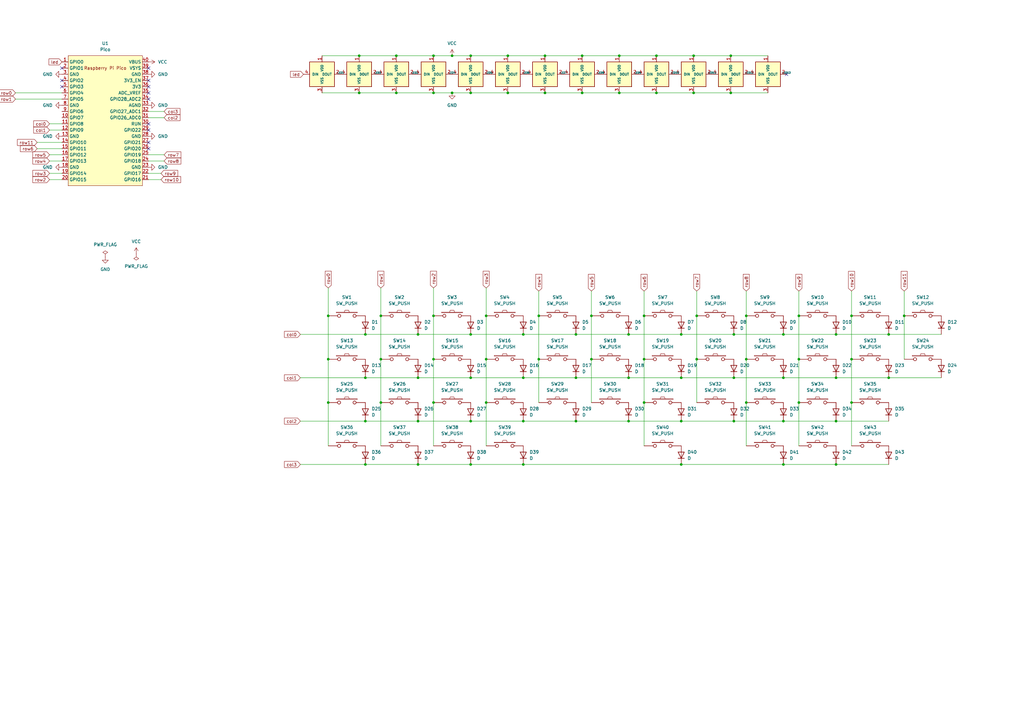
<source format=kicad_sch>
(kicad_sch (version 20211123) (generator eeschema)
  (paper "A3")
  (lib_symbols
    (symbol "Device:D" (pin_numbers hide) (pin_names (offset 1.016) hide)
      (property "Reference" "D" (at 0 2.54 0))
      (property "Value" "D" (at 0 -2.54 0))
      (symbol "D_0_1"
        (polyline (pts (xy -1.27 1.27) (xy -1.27 -1.27)) (stroke (width 0.254)))
        (polyline (pts (xy 1.27 0) (xy -1.27 0)))
        (polyline (pts (xy 1.27 1.27) (xy 1.27 -1.27) (xy -1.27 0) (xy 1.27 1.27)) (stroke (width 0.254)))
      )
      (symbol "D_1_1"
        (pin passive line (at -3.81 0 0) (length 2.54) (name "K") (number "1"))
        (pin passive line (at 3.81 0 180) (length 2.54) (name "A") (number "2"))
      )
    )
    (symbol "kbd:SW_PUSH" (pin_numbers hide) (pin_names (offset 1.016) hide)
      (property "Reference" "SW" (at 3.81 2.794 0))
      (property "Value" "SW_PUSH" (at 0 -2.032 0))
      (symbol "SW_PUSH_0_1"
        (rectangle (start -4.318 1.27) (end 4.318 1.524))
        (polyline (pts (xy -1.016 1.524) (xy -0.762 2.286) (xy 0.762 2.286) (xy 1.016 1.524)))
        (pin passive inverted (at -7.62 0 0) (length 5.08) (name "1") (number "1"))
        (pin passive inverted (at 7.62 0 180) (length 5.08) (name "2") (number "2"))
      )
    )
    (symbol "kbd:YS-SK6812MINI-E" (pin_names (offset 1.016))
      (property "Reference" "LED" (at 2.54 -7.62 0))
      (property "Value" "YS-SK6812MINI-E" (at 6.35 -6.35 0))
      (symbol "YS-SK6812MINI-E_0_1"
        (rectangle (start -5.08 5.08) (end 5.08 -5.08) (stroke (width 0.254)) (fill (type background)))
      )
      (symbol "YS-SK6812MINI-E_1_1"
        (pin power_in line (at 0 7.62 270) (length 2.54) (name "VDD") (number "1"))
        (pin output line (at 7.62 0 180) (length 2.54) (name "DOUT") (number "2"))
        (pin power_in line (at 0 -7.62 90) (length 2.54) (name "VSS") (number "3"))
        (pin input line (at -7.62 0 0) (length 2.54) (name "DIN") (number "4"))
      )
    )
    (symbol "mikamo3:Raspberry_Pi_Pico(without_debugPin)"
      (property "Reference" "U" (at -13.97 27.94 0))
      (property "Value" "Raspberry_Pi_Pico(without_debugPin)" (at 0 19.05 0))
      (symbol "Raspberry_Pi_Pico(without_debugPin)_0_0"
        (text "Raspberry Pi Pico" (at 0 21.59 0) (effects (font (size 1.27 1.27))))
      )
      (symbol "Raspberry_Pi_Pico(without_debugPin)_0_1"
        (rectangle (start -15.24 26.67) (end 15.24 -26.67) (fill (type background)))
      )
      (symbol "Raspberry_Pi_Pico(without_debugPin)_1_1"
        (pin bidirectional line (at -17.78 24.13 0) (length 2.54) (name "GPIO0") (number "1"))
        (pin bidirectional line (at -17.78 1.27 0) (length 2.54) (name "GPIO7") (number "10"))
        (pin bidirectional line (at -17.78 -1.27 0) (length 2.54) (name "GPIO8") (number "11"))
        (pin bidirectional line (at -17.78 -3.81 0) (length 2.54) (name "GPIO9") (number "12"))
        (pin power_in line (at -17.78 -6.35 0) (length 2.54) (name "GND") (number "13"))
        (pin bidirectional line (at -17.78 -8.89 0) (length 2.54) (name "GPIO10") (number "14"))
        (pin bidirectional line (at -17.78 -11.43 0) (length 2.54) (name "GPIO11") (number "15"))
        (pin bidirectional line (at -17.78 -13.97 0) (length 2.54) (name "GPIO12") (number "16"))
        (pin bidirectional line (at -17.78 -16.51 0) (length 2.54) (name "GPIO13") (number "17"))
        (pin power_in line (at -17.78 -19.05 0) (length 2.54) (name "GND") (number "18"))
        (pin bidirectional line (at -17.78 -21.59 0) (length 2.54) (name "GPIO14") (number "19"))
        (pin bidirectional line (at -17.78 21.59 0) (length 2.54) (name "GPIO1") (number "2"))
        (pin bidirectional line (at -17.78 -24.13 0) (length 2.54) (name "GPIO15") (number "20"))
        (pin bidirectional line (at 17.78 -24.13 180) (length 2.54) (name "GPIO16") (number "21"))
        (pin bidirectional line (at 17.78 -21.59 180) (length 2.54) (name "GPIO17") (number "22"))
        (pin power_in line (at 17.78 -19.05 180) (length 2.54) (name "GND") (number "23"))
        (pin bidirectional line (at 17.78 -16.51 180) (length 2.54) (name "GPIO18") (number "24"))
        (pin bidirectional line (at 17.78 -13.97 180) (length 2.54) (name "GPIO19") (number "25"))
        (pin bidirectional line (at 17.78 -11.43 180) (length 2.54) (name "GPIO20") (number "26"))
        (pin bidirectional line (at 17.78 -8.89 180) (length 2.54) (name "GPIO21") (number "27"))
        (pin power_in line (at 17.78 -6.35 180) (length 2.54) (name "GND") (number "28"))
        (pin bidirectional line (at 17.78 -3.81 180) (length 2.54) (name "GPIO22") (number "29"))
        (pin power_in line (at -17.78 19.05 0) (length 2.54) (name "GND") (number "3"))
        (pin input line (at 17.78 -1.27 180) (length 2.54) (name "RUN") (number "30"))
        (pin bidirectional line (at 17.78 1.27 180) (length 2.54) (name "GPIO26_ADC0") (number "31"))
        (pin bidirectional line (at 17.78 3.81 180) (length 2.54) (name "GPIO27_ADC1") (number "32"))
        (pin power_in line (at 17.78 6.35 180) (length 2.54) (name "AGND") (number "33"))
        (pin bidirectional line (at 17.78 8.89 180) (length 2.54) (name "GPIO28_ADC2") (number "34"))
        (pin power_in line (at 17.78 11.43 180) (length 2.54) (name "ADC_VREF") (number "35"))
        (pin power_in line (at 17.78 13.97 180) (length 2.54) (name "3V3") (number "36"))
        (pin input line (at 17.78 16.51 180) (length 2.54) (name "3V3_EN") (number "37"))
        (pin power_in line (at 17.78 19.05 180) (length 2.54) (name "GND") (number "38"))
        (pin power_in line (at 17.78 21.59 180) (length 2.54) (name "VSYS") (number "39"))
        (pin bidirectional line (at -17.78 16.51 0) (length 2.54) (name "GPIO2") (number "4"))
        (pin power_in line (at 17.78 24.13 180) (length 2.54) (name "VBUS") (number "40"))
        (pin bidirectional line (at -17.78 13.97 0) (length 2.54) (name "GPIO3") (number "5"))
        (pin bidirectional line (at -17.78 11.43 0) (length 2.54) (name "GPIO4") (number "6"))
        (pin bidirectional line (at -17.78 8.89 0) (length 2.54) (name "GPIO5") (number "7"))
        (pin power_in line (at -17.78 6.35 0) (length 2.54) (name "GND") (number "8"))
        (pin bidirectional line (at -17.78 3.81 0) (length 2.54) (name "GPIO6") (number "9"))
      )
    )
    (symbol "power:GND" (power) (pin_names (offset 0))
      (property "Value" "GND" (at 0 -3.81 0))
      (symbol "GND_0_1"
        (polyline (pts (xy 0 0) (xy 0 -1.27) (xy 1.27 -1.27) (xy 0 -2.54) (xy -1.27 -1.27) (xy 0 -1.27)))
      )
      (symbol "GND_1_1"
        (pin power_in line (at 0 0 270) (length 0) hide (name "GND") (number "1"))
      )
    )
    (symbol "power:PWR_FLAG" (power) (pin_numbers hide) (pin_names (offset 0) hide)
      (property "Value" "PWR_FLAG" (at 0 3.81 0))
      (symbol "PWR_FLAG_0_0"
        (pin power_out line (at 0 0 90) (length 0) (name "pwr") (number "1"))
      )
      (symbol "PWR_FLAG_0_1"
        (polyline (pts (xy 0 0) (xy 0 1.27) (xy -1.016 1.905) (xy 0 2.54) (xy 1.016 1.905) (xy 0 1.27)))
      )
    )
    (symbol "power:VCC" (power) (pin_names (offset 0))
      (property "Value" "VCC" (at 0 3.81 0))
      (symbol "VCC_0_1"
        (polyline (pts (xy -0.762 1.27) (xy 0 2.54)))
        (polyline (pts (xy 0 0) (xy 0 2.54)))
        (polyline (pts (xy 0 2.54) (xy 0.762 1.27)))
      )
      (symbol "VCC_1_1"
        (pin power_in line (at 0 0 90) (length 0) hide (name "VCC") (number "1"))
      )
    )
  )
  (junction (at 156.21 147.32))
  (junction (at 306.07 147.32))
  (junction (at 342.9 137.16))
  (junction (at 285.75 147.32))
  (junction (at 236.22 172.72))
  (junction (at 269.24 38.1))
  (junction (at 300.99 137.16))
  (junction (at 177.8 38.1))
  (junction (at 264.16 147.32))
  (junction (at 285.75 129.54))
  (junction (at 299.72 22.86))
  (junction (at 220.98 147.32))
  (junction (at 349.25 147.32))
  (junction (at 257.81 172.72))
  (junction (at 236.22 154.94))
  (junction (at 349.25 129.54))
  (junction (at 162.56 22.86))
  (junction (at 364.49 154.94))
  (junction (at 171.45 154.94))
  (junction (at 321.31 154.94))
  (junction (at 193.04 172.72))
  (junction (at 193.04 154.94))
  (junction (at 327.66 165.1))
  (junction (at 156.21 129.54))
  (junction (at 171.45 137.16))
  (junction (at 321.31 190.5))
  (junction (at 214.63 137.16))
  (junction (at 349.25 165.1))
  (junction (at 193.04 22.86))
  (junction (at 254 38.1))
  (junction (at 149.86 137.16))
  (junction (at 177.8 22.86))
  (junction (at 306.07 129.54))
  (junction (at 238.76 38.1))
  (junction (at 199.39 165.1))
  (junction (at 147.32 22.86))
  (junction (at 321.31 172.72))
  (junction (at 214.63 154.94))
  (junction (at 264.16 129.54))
  (junction (at 171.45 190.5))
  (junction (at 238.76 22.86))
  (junction (at 208.28 38.1))
  (junction (at 185.42 38.1))
  (junction (at 134.62 165.1))
  (junction (at 299.72 38.1))
  (junction (at 279.4 154.94))
  (junction (at 279.4 190.5))
  (junction (at 223.52 38.1))
  (junction (at 171.45 172.72))
  (junction (at 147.32 38.1))
  (junction (at 306.07 165.1))
  (junction (at 177.8 147.32))
  (junction (at 300.99 172.72))
  (junction (at 364.49 137.16))
  (junction (at 300.99 154.94))
  (junction (at 214.63 172.72))
  (junction (at 279.4 172.72))
  (junction (at 321.31 137.16))
  (junction (at 284.48 38.1))
  (junction (at 327.66 147.32))
  (junction (at 370.84 129.54))
  (junction (at 242.57 147.32))
  (junction (at 162.56 38.1))
  (junction (at 214.63 190.5))
  (junction (at 156.21 165.1))
  (junction (at 257.81 154.94))
  (junction (at 223.52 22.86))
  (junction (at 264.16 165.1))
  (junction (at 284.48 22.86))
  (junction (at 134.62 129.54))
  (junction (at 193.04 38.1))
  (junction (at 342.9 190.5))
  (junction (at 220.98 129.54))
  (junction (at 177.8 165.1))
  (junction (at 149.86 154.94))
  (junction (at 199.39 147.32))
  (junction (at 269.24 22.86))
  (junction (at 242.57 129.54))
  (junction (at 134.62 147.32))
  (junction (at 236.22 137.16))
  (junction (at 279.4 137.16))
  (junction (at 193.04 190.5))
  (junction (at 208.28 22.86))
  (junction (at 257.81 137.16))
  (junction (at 149.86 190.5))
  (junction (at 327.66 129.54))
  (junction (at 185.42 22.86))
  (junction (at 199.39 129.54))
  (junction (at 254 22.86))
  (junction (at 193.04 137.16))
  (junction (at 342.9 172.72))
  (junction (at 177.8 129.54))
  (junction (at 149.86 172.72))
  (junction (at 342.9 154.94))
  (no_connect (at 60.96 58.42))
  (no_connect (at 25.4 35.56))
  (no_connect (at 60.96 53.34))
  (no_connect (at 60.96 33.02))
  (no_connect (at 60.96 27.94))
  (no_connect (at 322.58 30.48))
  (no_connect (at 60.96 35.56))
  (no_connect (at 25.4 27.94))
  (no_connect (at 60.96 38.1))
  (no_connect (at 60.96 50.8))
  (no_connect (at 25.4 33.02))
  (no_connect (at 60.96 40.64))
  (no_connect (at 60.96 60.96))
  (wire (pts (xy 149.86 172.72) (xy 171.45 172.72)))
  (wire (pts (xy 370.84 129.54) (xy 370.84 147.32)))
  (wire (pts (xy 60.96 63.5) (xy 67.31 63.5)))
  (wire (pts (xy 285.75 119.38) (xy 285.75 129.54)))
  (wire (pts (xy 123.19 172.72) (xy 149.86 172.72)))
  (wire (pts (xy 20.32 50.8) (xy 25.4 50.8)))
  (wire (pts (xy 208.28 22.86) (xy 223.52 22.86)))
  (wire (pts (xy 306.07 165.1) (xy 306.07 182.88)))
  (wire (pts (xy 306.07 129.54) (xy 306.07 147.32)))
  (wire (pts (xy 193.04 38.1) (xy 208.28 38.1)))
  (wire (pts (xy 177.8 165.1) (xy 177.8 182.88)))
  (wire (pts (xy 185.42 22.86) (xy 193.04 22.86)))
  (wire (pts (xy 342.9 154.94) (xy 364.49 154.94)))
  (wire (pts (xy 279.4 137.16) (xy 300.99 137.16)))
  (wire (pts (xy 123.19 154.94) (xy 149.86 154.94)))
  (wire (pts (xy 364.49 154.94) (xy 386.08 154.94)))
  (wire (pts (xy 364.49 137.16) (xy 386.08 137.16)))
  (wire (pts (xy 264.16 119.38) (xy 264.16 129.54)))
  (wire (pts (xy 269.24 38.1) (xy 284.48 38.1)))
  (wire (pts (xy 6.35 38.1) (xy 25.4 38.1)))
  (wire (pts (xy 220.98 129.54) (xy 220.98 147.32)))
  (wire (pts (xy 199.39 147.32) (xy 199.39 165.1)))
  (wire (pts (xy 156.21 118.11) (xy 156.21 129.54)))
  (wire (pts (xy 20.32 53.34) (xy 25.4 53.34)))
  (wire (pts (xy 321.31 137.16) (xy 342.9 137.16)))
  (wire (pts (xy 321.31 172.72) (xy 342.9 172.72)))
  (wire (pts (xy 300.99 154.94) (xy 321.31 154.94)))
  (wire (pts (xy 147.32 38.1) (xy 162.56 38.1)))
  (wire (pts (xy 299.72 38.1) (xy 314.96 38.1)))
  (wire (pts (xy 214.63 154.94) (xy 236.22 154.94)))
  (wire (pts (xy 214.63 172.72) (xy 236.22 172.72)))
  (wire (pts (xy 208.28 38.1) (xy 223.52 38.1)))
  (wire (pts (xy 199.39 118.11) (xy 199.39 129.54)))
  (wire (pts (xy 185.42 38.1) (xy 193.04 38.1)))
  (wire (pts (xy 349.25 147.32) (xy 349.25 165.1)))
  (wire (pts (xy 220.98 147.32) (xy 220.98 165.1)))
  (wire (pts (xy 242.57 147.32) (xy 242.57 165.1)))
  (wire (pts (xy 156.21 147.32) (xy 156.21 165.1)))
  (wire (pts (xy 149.86 154.94) (xy 171.45 154.94)))
  (wire (pts (xy 20.32 71.12) (xy 25.4 71.12)))
  (wire (pts (xy 134.62 129.54) (xy 134.62 147.32)))
  (wire (pts (xy 171.45 172.72) (xy 193.04 172.72)))
  (wire (pts (xy 123.19 190.5) (xy 149.86 190.5)))
  (wire (pts (xy 264.16 165.1) (xy 264.16 182.88)))
  (wire (pts (xy 257.81 154.94) (xy 279.4 154.94)))
  (wire (pts (xy 193.04 22.86) (xy 208.28 22.86)))
  (wire (pts (xy 156.21 165.1) (xy 156.21 182.88)))
  (wire (pts (xy 177.8 147.32) (xy 177.8 165.1)))
  (wire (pts (xy 306.07 119.38) (xy 306.07 129.54)))
  (wire (pts (xy 171.45 137.16) (xy 193.04 137.16)))
  (wire (pts (xy 25.4 60.96) (xy 15.24 60.96)))
  (wire (pts (xy 236.22 154.94) (xy 257.81 154.94)))
  (wire (pts (xy 264.16 129.54) (xy 264.16 147.32)))
  (wire (pts (xy 342.9 172.72) (xy 364.49 172.72)))
  (wire (pts (xy 177.8 129.54) (xy 177.8 147.32)))
  (wire (pts (xy 214.63 137.16) (xy 236.22 137.16)))
  (wire (pts (xy 123.19 137.16) (xy 149.86 137.16)))
  (wire (pts (xy 60.96 48.26) (xy 67.31 48.26)))
  (wire (pts (xy 60.96 66.04) (xy 67.31 66.04)))
  (wire (pts (xy 300.99 137.16) (xy 321.31 137.16)))
  (wire (pts (xy 327.66 165.1) (xy 327.66 182.88)))
  (wire (pts (xy 20.32 66.04) (xy 25.4 66.04)))
  (wire (pts (xy 349.25 165.1) (xy 349.25 182.88)))
  (wire (pts (xy 284.48 38.1) (xy 299.72 38.1)))
  (wire (pts (xy 300.99 172.72) (xy 321.31 172.72)))
  (wire (pts (xy 66.04 71.12) (xy 60.96 71.12)))
  (wire (pts (xy 193.04 137.16) (xy 214.63 137.16)))
  (wire (pts (xy 370.84 119.38) (xy 370.84 129.54)))
  (wire (pts (xy 242.57 119.38) (xy 242.57 129.54)))
  (wire (pts (xy 242.57 129.54) (xy 242.57 147.32)))
  (wire (pts (xy 257.81 137.16) (xy 279.4 137.16)))
  (wire (pts (xy 321.31 190.5) (xy 342.9 190.5)))
  (wire (pts (xy 223.52 22.86) (xy 238.76 22.86)))
  (wire (pts (xy 257.81 172.72) (xy 279.4 172.72)))
  (wire (pts (xy 236.22 137.16) (xy 257.81 137.16)))
  (wire (pts (xy 342.9 137.16) (xy 364.49 137.16)))
  (wire (pts (xy 285.75 147.32) (xy 285.75 165.1)))
  (wire (pts (xy 177.8 38.1) (xy 185.42 38.1)))
  (wire (pts (xy 299.72 22.86) (xy 314.96 22.86)))
  (wire (pts (xy 269.24 22.86) (xy 284.48 22.86)))
  (wire (pts (xy 132.08 38.1) (xy 147.32 38.1)))
  (wire (pts (xy 193.04 172.72) (xy 214.63 172.72)))
  (wire (pts (xy 342.9 190.5) (xy 364.49 190.5)))
  (wire (pts (xy 171.45 190.5) (xy 193.04 190.5)))
  (wire (pts (xy 193.04 190.5) (xy 214.63 190.5)))
  (wire (pts (xy 6.35 40.64) (xy 25.4 40.64)))
  (wire (pts (xy 134.62 165.1) (xy 134.62 182.88)))
  (wire (pts (xy 327.66 119.38) (xy 327.66 129.54)))
  (wire (pts (xy 162.56 38.1) (xy 177.8 38.1)))
  (wire (pts (xy 177.8 118.11) (xy 177.8 129.54)))
  (wire (pts (xy 199.39 165.1) (xy 199.39 182.88)))
  (wire (pts (xy 349.25 119.38) (xy 349.25 129.54)))
  (wire (pts (xy 279.4 172.72) (xy 300.99 172.72)))
  (wire (pts (xy 321.31 154.94) (xy 342.9 154.94)))
  (wire (pts (xy 134.62 147.32) (xy 134.62 165.1)))
  (wire (pts (xy 149.86 190.5) (xy 171.45 190.5)))
  (wire (pts (xy 177.8 22.86) (xy 185.42 22.86)))
  (wire (pts (xy 279.4 154.94) (xy 300.99 154.94)))
  (wire (pts (xy 162.56 22.86) (xy 177.8 22.86)))
  (wire (pts (xy 20.32 73.66) (xy 25.4 73.66)))
  (wire (pts (xy 156.21 129.54) (xy 156.21 147.32)))
  (wire (pts (xy 220.98 119.38) (xy 220.98 129.54)))
  (wire (pts (xy 199.39 129.54) (xy 199.39 147.32)))
  (wire (pts (xy 149.86 137.16) (xy 171.45 137.16)))
  (wire (pts (xy 238.76 38.1) (xy 254 38.1)))
  (wire (pts (xy 327.66 129.54) (xy 327.66 147.32)))
  (wire (pts (xy 134.62 118.11) (xy 134.62 129.54)))
  (wire (pts (xy 279.4 190.5) (xy 321.31 190.5)))
  (wire (pts (xy 193.04 154.94) (xy 214.63 154.94)))
  (wire (pts (xy 132.08 22.86) (xy 147.32 22.86)))
  (wire (pts (xy 349.25 129.54) (xy 349.25 147.32)))
  (wire (pts (xy 284.48 22.86) (xy 299.72 22.86)))
  (wire (pts (xy 25.4 58.42) (xy 15.24 58.42)))
  (wire (pts (xy 327.66 147.32) (xy 327.66 165.1)))
  (wire (pts (xy 147.32 22.86) (xy 162.56 22.86)))
  (wire (pts (xy 264.16 147.32) (xy 264.16 165.1)))
  (wire (pts (xy 254 38.1) (xy 269.24 38.1)))
  (wire (pts (xy 254 22.86) (xy 269.24 22.86)))
  (wire (pts (xy 223.52 38.1) (xy 238.76 38.1)))
  (wire (pts (xy 20.32 63.5) (xy 25.4 63.5)))
  (wire (pts (xy 285.75 129.54) (xy 285.75 147.32)))
  (wire (pts (xy 236.22 172.72) (xy 257.81 172.72)))
  (wire (pts (xy 238.76 22.86) (xy 254 22.86)))
  (wire (pts (xy 214.63 190.5) (xy 279.4 190.5)))
  (wire (pts (xy 306.07 147.32) (xy 306.07 165.1)))
  (wire (pts (xy 171.45 154.94) (xy 193.04 154.94)))
  (wire (pts (xy 60.96 45.72) (xy 67.31 45.72)))
  (wire (pts (xy 66.04 73.66) (xy 60.96 73.66)))
  (global_label "row10" (shape input) (at 66.04 73.66 0) (property "シート間のリファレンス" "${INTERSHEET_REFS}" (effects hide)))
  (global_label "row1" (shape input) (at 156.21 118.11 90) (property "シート間のリファレンス" "${INTERSHEET_REFS}" (effects hide)))
  (global_label "row6" (shape input) (at 15.24 60.96 180) (property "シート間のリファレンス" "${INTERSHEET_REFS}" (effects hide)))
  (global_label "row9" (shape input) (at 66.04 71.12 0) (property "シート間のリファレンス" "${INTERSHEET_REFS}" (effects hide)))
  (global_label "led" (shape input) (at 124.46 30.48 180) (property "シート間のリファレンス" "${INTERSHEET_REFS}" (effects hide)))
  (global_label "row10" (shape input) (at 349.25 119.38 90) (property "シート間のリファレンス" "${INTERSHEET_REFS}" (effects hide)))
  (global_label "row5" (shape input) (at 20.32 63.5 180) (property "シート間のリファレンス" "${INTERSHEET_REFS}" (effects hide)))
  (global_label "row2" (shape input) (at 20.32 73.66 180) (property "シート間のリファレンス" "${INTERSHEET_REFS}" (effects hide)))
  (global_label "row6" (shape input) (at 264.16 119.38 90) (property "シート間のリファレンス" "${INTERSHEET_REFS}" (effects hide)))
  (global_label "row7" (shape input) (at 285.75 119.38 90) (property "シート間のリファレンス" "${INTERSHEET_REFS}" (effects hide)))
  (global_label "col1" (shape input) (at 20.32 53.34 180) (property "シート間のリファレンス" "${INTERSHEET_REFS}" (effects hide)))
  (global_label "col2" (shape input) (at 123.19 172.72 180) (property "シート間のリファレンス" "${INTERSHEET_REFS}" (effects hide)))
  (global_label "row1" (shape input) (at 6.35 40.64 180) (property "シート間のリファレンス" "${INTERSHEET_REFS}" (effects hide)))
  (global_label "row3" (shape input) (at 199.39 118.11 90) (property "シート間のリファレンス" "${INTERSHEET_REFS}" (effects hide)))
  (global_label "row8" (shape input) (at 67.31 66.04 0) (property "シート間のリファレンス" "${INTERSHEET_REFS}" (effects hide)))
  (global_label "col3" (shape input) (at 67.31 45.72 0) (property "シート間のリファレンス" "${INTERSHEET_REFS}" (effects hide)))
  (global_label "row4" (shape input) (at 220.98 119.38 90) (property "シート間のリファレンス" "${INTERSHEET_REFS}" (effects hide)))
  (global_label "col1" (shape input) (at 123.19 154.94 180) (property "シート間のリファレンス" "${INTERSHEET_REFS}" (effects hide)))
  (global_label "row4" (shape input) (at 20.32 66.04 180) (property "シート間のリファレンス" "${INTERSHEET_REFS}" (effects hide)))
  (global_label "col0" (shape input) (at 20.32 50.8 180) (property "シート間のリファレンス" "${INTERSHEET_REFS}" (effects hide)))
  (global_label "row5" (shape input) (at 242.57 119.38 90) (property "シート間のリファレンス" "${INTERSHEET_REFS}" (effects hide)))
  (global_label "row8" (shape input) (at 306.07 119.38 90) (property "シート間のリファレンス" "${INTERSHEET_REFS}" (effects hide)))
  (global_label "col3" (shape input) (at 123.19 190.5 180) (property "シート間のリファレンス" "${INTERSHEET_REFS}" (effects hide)))
  (global_label "row0" (shape input) (at 6.35 38.1 180) (property "シート間のリファレンス" "${INTERSHEET_REFS}" (effects hide)))
  (global_label "row7" (shape input) (at 67.31 63.5 0) (property "シート間のリファレンス" "${INTERSHEET_REFS}" (effects hide)))
  (global_label "col0" (shape input) (at 123.19 137.16 180) (property "シート間のリファレンス" "${INTERSHEET_REFS}" (effects hide)))
  (global_label "row3" (shape input) (at 20.32 71.12 180) (property "シート間のリファレンス" "${INTERSHEET_REFS}" (effects hide)))
  (global_label "row11" (shape input) (at 15.24 58.42 180) (property "シート間のリファレンス" "${INTERSHEET_REFS}" (effects hide)))
  (global_label "row0" (shape input) (at 134.62 118.11 90) (property "シート間のリファレンス" "${INTERSHEET_REFS}" (effects hide)))
  (global_label "row2" (shape input) (at 177.8 118.11 90) (property "シート間のリファレンス" "${INTERSHEET_REFS}" (effects hide)))
  (global_label "col2" (shape input) (at 67.31 48.26 0) (property "シート間のリファレンス" "${INTERSHEET_REFS}" (effects hide)))
  (global_label "row9" (shape input) (at 327.66 119.38 90) (property "シート間のリファレンス" "${INTERSHEET_REFS}" (effects hide)))
  (global_label "led" (shape input) (at 25.4 25.4 180) (property "シート間のリファレンス" "${INTERSHEET_REFS}" (effects hide)))
  (global_label "row11" (shape input) (at 370.84 119.38 90) (property "シート間のリファレンス" "${INTERSHEET_REFS}" (effects hide)))
  (symbol (lib_id "Device:D") (at 279.4 168.91 90) (unit 1)
    (property "Reference" "D31" (at 281.94 167.6399 90) (effects (justify right)))
    (property "Value" "D" (at 281.94 170.1799 90) (effects (justify right)))
    (property "Footprint" "Diode_SMD:D_SOD-123" (effects hide))
  )
  (symbol (lib_id "kbd:SW_PUSH") (at 142.24 147.32 0) (unit 1)
    (property "Reference" "SW13" (at 142.24 139.7 0))
    (property "Value" "SW_PUSH" (at 142.24 142.24 0))
    (property "Footprint" "mikamo3:CherryMX_Hotswap_1.75u" (effects hide))
  )
  (symbol (lib_id "Device:D") (at 149.86 133.35 90) (unit 1)
    (property "Reference" "D1" (at 152.4 132.0799 90) (effects (justify right)))
    (property "Value" "D" (at 152.4 134.6199 90) (effects (justify right)))
    (property "Footprint" "Diode_SMD:D_SOD-123" (effects hide))
  )
  (symbol (lib_id "Device:D") (at 149.86 151.13 90) (unit 1)
    (property "Reference" "D13" (at 152.4 149.8599 90) (effects (justify right)))
    (property "Value" "D" (at 152.4 152.3999 90) (effects (justify right)))
    (property "Footprint" "Diode_SMD:D_SOD-123" (effects hide))
  )
  (symbol (lib_id "Device:D") (at 364.49 133.35 90) (unit 1)
    (property "Reference" "D11" (at 367.03 132.0799 90) (effects (justify right)))
    (property "Value" "D" (at 367.03 134.6199 90) (effects (justify right)))
    (property "Footprint" "Diode_SMD:D_SOD-123" (effects hide))
  )
  (symbol (lib_id "kbd:SW_PUSH") (at 335.28 147.32 0) (unit 1)
    (property "Reference" "SW22" (at 335.28 139.7 0))
    (property "Value" "SW_PUSH" (at 335.28 142.24 0))
    (property "Footprint" "mikamo3:CherryMX_Hotswap_1u" (effects hide))
  )
  (symbol (lib_id "Device:D") (at 236.22 133.35 90) (unit 1)
    (property "Reference" "D5" (at 238.76 132.0799 90) (effects (justify right)))
    (property "Value" "D" (at 238.76 134.6199 90) (effects (justify right)))
    (property "Footprint" "Diode_SMD:D_SOD-123" (effects hide))
  )
  (symbol (lib_id "power:GND") (at 60.96 30.48 90) (unit 1)
    (property "Reference" "#PWR02" (effects hide))
    (property "Value" "GND" (at 64.77 30.4799 90) (effects (justify right)))
  )
  (symbol (lib_id "Device:D") (at 342.9 133.35 90) (unit 1)
    (property "Reference" "D10" (at 345.44 132.0799 90) (effects (justify right)))
    (property "Value" "D" (at 345.44 134.6199 90) (effects (justify right)))
    (property "Footprint" "Diode_SMD:D_SOD-123" (effects hide))
  )
  (symbol (lib_id "Device:D") (at 236.22 151.13 90) (unit 1)
    (property "Reference" "D17" (at 238.76 149.8599 90) (effects (justify right)))
    (property "Value" "D" (at 238.76 152.3999 90) (effects (justify right)))
    (property "Footprint" "Diode_SMD:D_SOD-123" (effects hide))
  )
  (symbol (lib_id "Device:D") (at 342.9 186.69 90) (unit 1)
    (property "Reference" "D42" (at 345.44 185.42 90) (effects (justify right)))
    (property "Value" "D" (at 345.44 187.9599 90) (effects (justify right)))
    (property "Footprint" "Diode_SMD:D_SOD-123" (effects hide))
  )
  (symbol (lib_id "kbd:SW_PUSH") (at 185.42 165.1 0) (unit 1)
    (property "Reference" "SW27" (at 185.42 157.48 0))
    (property "Value" "SW_PUSH" (at 185.42 160.02 0))
    (property "Footprint" "mikamo3:CherryMX_Hotswap_1u" (effects hide))
  )
  (symbol (lib_id "kbd:SW_PUSH") (at 163.83 147.32 0) (unit 1)
    (property "Reference" "SW14" (at 163.83 139.7 0))
    (property "Value" "SW_PUSH" (at 163.83 142.24 0))
    (property "Footprint" "mikamo3:CherryMX_Hotswap_1u" (effects hide))
  )
  (symbol (lib_id "Device:D") (at 300.99 151.13 90) (unit 1)
    (property "Reference" "D20" (at 303.53 149.8599 90) (effects (justify right)))
    (property "Value" "D" (at 303.53 152.3999 90) (effects (justify right)))
    (property "Footprint" "Diode_SMD:D_SOD-123" (effects hide))
  )
  (symbol (lib_id "Device:D") (at 364.49 186.69 90) (unit 1)
    (property "Reference" "D43" (at 367.03 185.4199 90) (effects (justify right)))
    (property "Value" "D" (at 367.03 187.9599 90) (effects (justify right)))
    (property "Footprint" "Diode_SMD:D_SOD-123" (effects hide))
  )
  (symbol (lib_id "kbd:YS-SK6812MINI-E") (at 223.52 30.48 0) (unit 1)
    (property "Reference" "LED7" (at 231.14 29.8056 0) (effects (font (size 0.7366 0.7366))))
    (property "Value" "YS-SK6812MINI-E" (effects hide))
    (property "Footprint" "mikamo3:YS-SK6812MINI-E" (effects hide))
  )
  (symbol (lib_id "Device:D") (at 193.04 168.91 90) (unit 1)
    (property "Reference" "D27" (at 195.58 167.6399 90) (effects (justify right)))
    (property "Value" "D" (at 195.58 170.1799 90) (effects (justify right)))
    (property "Footprint" "Diode_SMD:D_SOD-123" (effects hide))
  )
  (symbol (lib_id "kbd:YS-SK6812MINI-E") (at 284.48 30.48 0) (unit 1)
    (property "Reference" "LED11" (at 292.1 29.8056 0) (effects (font (size 0.7366 0.7366))))
    (property "Value" "YS-SK6812MINI-E" (effects hide))
    (property "Footprint" "mikamo3:YS-SK6812MINI-E" (effects hide))
  )
  (symbol (lib_id "kbd:SW_PUSH") (at 313.69 165.1 0) (unit 1)
    (property "Reference" "SW33" (at 313.69 157.48 0))
    (property "Value" "SW_PUSH" (at 313.69 160.02 0))
    (property "Footprint" "mikamo3:CherryMX_Hotswap_1u" (effects hide))
  )
  (symbol (lib_id "kbd:SW_PUSH") (at 185.42 129.54 0) (unit 1)
    (property "Reference" "SW3" (at 185.42 121.92 0))
    (property "Value" "SW_PUSH" (at 185.42 124.46 0))
    (property "Footprint" "mikamo3:CherryMX_Hotswap_1u" (effects hide))
  )
  (symbol (lib_id "kbd:SW_PUSH") (at 313.69 182.88 0) (unit 1)
    (property "Reference" "SW41" (at 313.69 175.26 0))
    (property "Value" "SW_PUSH" (at 313.69 177.8 0))
    (property "Footprint" "mikamo3:CherryMX_Hotswap_1.25u" (effects hide))
  )
  (symbol (lib_id "Device:D") (at 386.08 133.35 90) (unit 1)
    (property "Reference" "D12" (at 388.62 132.0799 90) (effects (justify right)))
    (property "Value" "D" (at 388.62 134.6199 90) (effects (justify right)))
    (property "Footprint" "Diode_SMD:D_SOD-123" (effects hide))
  )
  (symbol (lib_id "Device:D") (at 342.9 151.13 90) (unit 1)
    (property "Reference" "D22" (at 345.44 149.8599 90) (effects (justify right)))
    (property "Value" "D" (at 345.44 152.3999 90) (effects (justify right)))
    (property "Footprint" "Diode_SMD:D_SOD-123" (effects hide))
  )
  (symbol (lib_id "kbd:SW_PUSH") (at 142.24 182.88 0) (unit 1)
    (property "Reference" "SW36" (at 142.24 175.26 0))
    (property "Value" "SW_PUSH" (at 142.24 177.8 0))
    (property "Footprint" "mikamo3:CherryMX_Hotswap_1.25u" (effects hide))
  )
  (symbol (lib_id "kbd:SW_PUSH") (at 228.6 129.54 0) (unit 1)
    (property "Reference" "SW5" (at 228.6 121.92 0))
    (property "Value" "SW_PUSH" (at 228.6 124.46 0))
    (property "Footprint" "mikamo3:CherryMX_Hotswap_1u" (effects hide))
  )
  (symbol (lib_id "kbd:SW_PUSH") (at 356.87 147.32 0) (unit 1)
    (property "Reference" "SW23" (at 356.87 139.7 0))
    (property "Value" "SW_PUSH" (at 356.87 142.24 0))
    (property "Footprint" "mikamo3:CherryMX_Hotswap_1u" (effects hide))
  )
  (symbol (lib_id "kbd:SW_PUSH") (at 356.87 129.54 0) (unit 1)
    (property "Reference" "SW11" (at 356.87 121.92 0))
    (property "Value" "SW_PUSH" (at 356.87 124.46 0))
    (property "Footprint" "mikamo3:CherryMX_Hotswap_1u" (effects hide))
  )
  (symbol (lib_id "Device:D") (at 321.31 168.91 90) (unit 1)
    (property "Reference" "D33" (at 323.85 167.6399 90) (effects (justify right)))
    (property "Value" "D" (at 323.85 170.1799 90) (effects (justify right)))
    (property "Footprint" "Diode_SMD:D_SOD-123" (effects hide))
  )
  (symbol (lib_id "kbd:YS-SK6812MINI-E") (at 254 30.48 0) (unit 1)
    (property "Reference" "LED9" (at 261.62 29.8056 0) (effects (font (size 0.7366 0.7366))))
    (property "Value" "YS-SK6812MINI-E" (effects hide))
    (property "Footprint" "mikamo3:YS-SK6812MINI-E" (effects hide))
  )
  (symbol (lib_id "power:VCC") (at 55.88 104.14 0) (unit 1)
    (property "Reference" "#PWR012" (effects hide))
    (property "Value" "VCC" (at 55.88 99.06 0))
  )
  (symbol (lib_id "Device:D") (at 279.4 186.69 90) (unit 1)
    (property "Reference" "D40" (at 281.94 185.4199 90) (effects (justify right)))
    (property "Value" "D" (at 281.94 187.9599 90) (effects (justify right)))
    (property "Footprint" "Diode_SMD:D_SOD-123" (effects hide))
  )
  (symbol (lib_id "power:PWR_FLAG") (at 55.88 104.14 180) (unit 1)
    (property "Reference" "#FLG01" (effects hide))
    (property "Value" "PWR_FLAG" (at 55.88 109.22 0))
  )
  (symbol (lib_id "power:GND") (at 43.18 105.41 0) (unit 1)
    (property "Reference" "#PWR0101" (effects hide))
    (property "Value" "GND" (at 43.18 110.49 0))
  )
  (symbol (lib_id "kbd:SW_PUSH") (at 271.78 165.1 0) (unit 1)
    (property "Reference" "SW31" (at 271.78 157.48 0))
    (property "Value" "SW_PUSH" (at 271.78 160.02 0))
    (property "Footprint" "mikamo3:CherryMX_Hotswap_1u" (effects hide))
  )
  (symbol (lib_id "Device:D") (at 364.49 168.91 90) (unit 1)
    (property "Reference" "D35" (at 367.03 167.6399 90) (effects (justify right)))
    (property "Value" "D" (at 367.03 170.1799 90) (effects (justify right)))
    (property "Footprint" "Diode_SMD:D_SOD-123" (effects hide))
  )
  (symbol (lib_id "Device:D") (at 342.9 168.91 90) (unit 1)
    (property "Reference" "D34" (at 345.44 167.6399 90) (effects (justify right)))
    (property "Value" "D" (at 345.44 170.1799 90) (effects (justify right)))
    (property "Footprint" "Diode_SMD:D_SOD-123" (effects hide))
  )
  (symbol (lib_id "kbd:SW_PUSH") (at 356.87 165.1 0) (unit 1)
    (property "Reference" "SW35" (at 356.87 157.48 0))
    (property "Value" "SW_PUSH" (at 356.87 160.02 0))
    (property "Footprint" "mikamo3:CherryMX_Hotswap_2.25u" (effects hide))
  )
  (symbol (lib_id "kbd:SW_PUSH") (at 271.78 147.32 0) (unit 1)
    (property "Reference" "SW19" (at 271.78 139.7 0))
    (property "Value" "SW_PUSH" (at 271.78 142.24 0))
    (property "Footprint" "mikamo3:CherryMX_Hotswap_1u" (effects hide))
  )
  (symbol (lib_id "kbd:YS-SK6812MINI-E") (at 193.04 30.48 0) (unit 1)
    (property "Reference" "LED5" (at 200.66 29.8056 0) (effects (font (size 0.7366 0.7366))))
    (property "Value" "YS-SK6812MINI-E" (effects hide))
    (property "Footprint" "mikamo3:YS-SK6812MINI-E" (effects hide))
  )
  (symbol (lib_id "kbd:SW_PUSH") (at 335.28 129.54 0) (unit 1)
    (property "Reference" "SW10" (at 335.28 121.92 0))
    (property "Value" "SW_PUSH" (at 335.28 124.46 0))
    (property "Footprint" "mikamo3:CherryMX_Hotswap_1u" (effects hide))
  )
  (symbol (lib_id "kbd:SW_PUSH") (at 163.83 165.1 0) (unit 1)
    (property "Reference" "SW26" (at 163.83 157.48 0))
    (property "Value" "SW_PUSH" (at 163.83 160.02 0))
    (property "Footprint" "mikamo3:CherryMX_Hotswap_1u" (effects hide))
  )
  (symbol (lib_id "kbd:SW_PUSH") (at 250.19 147.32 0) (unit 1)
    (property "Reference" "SW18" (at 250.19 139.7 0))
    (property "Value" "SW_PUSH" (at 250.19 142.24 0))
    (property "Footprint" "mikamo3:CherryMX_Hotswap_1u" (effects hide))
  )
  (symbol (lib_id "Device:D") (at 214.63 133.35 90) (unit 1)
    (property "Reference" "D4" (at 217.17 132.0799 90) (effects (justify right)))
    (property "Value" "D" (at 217.17 134.6199 90) (effects (justify right)))
    (property "Footprint" "Diode_SMD:D_SOD-123" (effects hide))
  )
  (symbol (lib_id "power:GND") (at 25.4 68.58 270) (unit 1)
    (property "Reference" "#PWR09" (effects hide))
    (property "Value" "GND" (at 21.59 68.5799 90) (effects (justify right)))
  )
  (symbol (lib_id "kbd:YS-SK6812MINI-E") (at 162.56 30.48 0) (unit 1)
    (property "Reference" "LED3" (at 170.18 29.8056 0) (effects (font (size 0.7366 0.7366))))
    (property "Value" "YS-SK6812MINI-E" (effects hide))
    (property "Footprint" "mikamo3:YS-SK6812MINI-E" (effects hide))
  )
  (symbol (lib_id "kbd:SW_PUSH") (at 207.01 182.88 0) (unit 1)
    (property "Reference" "SW39" (at 207.01 175.26 0))
    (property "Value" "SW_PUSH" (at 207.01 177.8 0))
    (property "Footprint" "mikamo3:CherryMX_Hotswap_2.25u" (effects hide))
  )
  (symbol (lib_id "Device:D") (at 214.63 151.13 90) (unit 1)
    (property "Reference" "D16" (at 217.17 149.8599 90) (effects (justify right)))
    (property "Value" "D" (at 217.17 152.3999 90) (effects (justify right)))
    (property "Footprint" "Diode_SMD:D_SOD-123" (effects hide))
  )
  (symbol (lib_id "Device:D") (at 386.08 151.13 90) (unit 1)
    (property "Reference" "D24" (at 388.62 149.8599 90) (effects (justify right)))
    (property "Value" "D" (at 388.62 152.3999 90) (effects (justify right)))
    (property "Footprint" "Diode_SMD:D_SOD-123" (effects hide))
  )
  (symbol (lib_id "Device:D") (at 171.45 168.91 90) (unit 1)
    (property "Reference" "D26" (at 173.99 167.6399 90) (effects (justify right)))
    (property "Value" "D" (at 173.99 170.1799 90) (effects (justify right)))
    (property "Footprint" "Diode_SMD:D_SOD-123" (effects hide))
  )
  (symbol (lib_id "power:VCC") (at 60.96 25.4 270) (unit 1)
    (property "Reference" "#PWR011" (effects hide))
    (property "Value" "VCC" (at 64.77 25.3999 90) (effects (justify left)))
  )
  (symbol (lib_id "Device:D") (at 193.04 151.13 90) (unit 1)
    (property "Reference" "D15" (at 195.58 149.8599 90) (effects (justify right)))
    (property "Value" "D" (at 195.58 152.3999 90) (effects (justify right)))
    (property "Footprint" "Diode_SMD:D_SOD-123" (effects hide))
  )
  (symbol (lib_id "Device:D") (at 193.04 133.35 90) (unit 1)
    (property "Reference" "D3" (at 195.58 132.0799 90) (effects (justify right)))
    (property "Value" "D" (at 195.58 134.6199 90) (effects (justify right)))
    (property "Footprint" "Diode_SMD:D_SOD-123" (effects hide))
  )
  (symbol (lib_id "kbd:SW_PUSH") (at 250.19 165.1 0) (unit 1)
    (property "Reference" "SW30" (at 250.19 157.48 0))
    (property "Value" "SW_PUSH" (at 250.19 160.02 0))
    (property "Footprint" "mikamo3:CherryMX_Hotswap_1u" (effects hide))
  )
  (symbol (lib_id "kbd:SW_PUSH") (at 293.37 147.32 0) (unit 1)
    (property "Reference" "SW20" (at 293.37 139.7 0))
    (property "Value" "SW_PUSH" (at 293.37 142.24 0))
    (property "Footprint" "mikamo3:CherryMX_Hotswap_1u" (effects hide))
  )
  (symbol (lib_id "kbd:YS-SK6812MINI-E") (at 132.08 30.48 0) (unit 1)
    (property "Reference" "LED1" (at 139.7 29.8056 0) (effects (font (size 0.7366 0.7366))))
    (property "Value" "YS-SK6812MINI-E" (effects hide))
    (property "Footprint" "mikamo3:YS-SK6812MINI-E" (effects hide))
  )
  (symbol (lib_id "Device:D") (at 236.22 168.91 90) (unit 1)
    (property "Reference" "D29" (at 238.76 167.6399 90) (effects (justify right)))
    (property "Value" "D" (at 238.76 170.1799 90) (effects (justify right)))
    (property "Footprint" "Diode_SMD:D_SOD-123" (effects hide))
  )
  (symbol (lib_id "Device:D") (at 257.81 151.13 90) (unit 1)
    (property "Reference" "D18" (at 260.35 149.8599 90) (effects (justify right)))
    (property "Value" "D" (at 260.35 152.3999 90) (effects (justify right)))
    (property "Footprint" "Diode_SMD:D_SOD-123" (effects hide))
  )
  (symbol (lib_id "kbd:SW_PUSH") (at 207.01 165.1 0) (unit 1)
    (property "Reference" "SW28" (at 207.01 157.48 0))
    (property "Value" "SW_PUSH" (at 207.01 160.02 0))
    (property "Footprint" "mikamo3:CherryMX_Hotswap_1u" (effects hide))
  )
  (symbol (lib_id "Device:D") (at 171.45 151.13 90) (unit 1)
    (property "Reference" "D14" (at 173.99 149.8599 90) (effects (justify right)))
    (property "Value" "D" (at 173.99 152.3999 90) (effects (justify right)))
    (property "Footprint" "Diode_SMD:D_SOD-123" (effects hide))
  )
  (symbol (lib_id "kbd:SW_PUSH") (at 271.78 129.54 0) (unit 1)
    (property "Reference" "SW7" (at 271.78 121.92 0))
    (property "Value" "SW_PUSH" (at 271.78 124.46 0))
    (property "Footprint" "mikamo3:CherryMX_Hotswap_1u" (effects hide))
  )
  (symbol (lib_id "power:GND") (at 60.96 43.18 90) (unit 1)
    (property "Reference" "#PWR04" (effects hide))
    (property "Value" "GND" (at 64.77 43.1799 90) (effects (justify right)))
  )
  (symbol (lib_id "kbd:SW_PUSH") (at 293.37 129.54 0) (unit 1)
    (property "Reference" "SW8" (at 293.37 121.92 0))
    (property "Value" "SW_PUSH" (at 293.37 124.46 0))
    (property "Footprint" "mikamo3:CherryMX_Hotswap_1u" (effects hide))
  )
  (symbol (lib_id "kbd:YS-SK6812MINI-E") (at 147.32 30.48 0) (unit 1)
    (property "Reference" "LED2" (at 154.94 29.8056 0) (effects (font (size 0.7366 0.7366))))
    (property "Value" "YS-SK6812MINI-E" (effects hide))
    (property "Footprint" "mikamo3:YS-SK6812MINI-E" (effects hide))
  )
  (symbol (lib_id "kbd:YS-SK6812MINI-E") (at 299.72 30.48 0) (unit 1)
    (property "Reference" "LED12" (at 307.34 29.8056 0) (effects (font (size 0.7366 0.7366))))
    (property "Value" "YS-SK6812MINI-E" (effects hide))
    (property "Footprint" "mikamo3:YS-SK6812MINI-E" (effects hide))
  )
  (symbol (lib_id "kbd:SW_PUSH") (at 250.19 129.54 0) (unit 1)
    (property "Reference" "SW6" (at 250.19 121.92 0))
    (property "Value" "SW_PUSH" (at 250.19 124.46 0))
    (property "Footprint" "mikamo3:CherryMX_Hotswap_1u" (effects hide))
  )
  (symbol (lib_id "kbd:SW_PUSH") (at 163.83 129.54 0) (unit 1)
    (property "Reference" "SW2" (at 163.83 121.92 0))
    (property "Value" "SW_PUSH" (at 163.83 124.46 0))
    (property "Footprint" "mikamo3:CherryMX_Hotswap_1u" (effects hide))
  )
  (symbol (lib_id "Device:D") (at 364.49 151.13 90) (unit 1)
    (property "Reference" "D23" (at 367.03 149.8599 90) (effects (justify right)))
    (property "Value" "D" (at 367.03 152.3999 90) (effects (justify right)))
    (property "Footprint" "Diode_SMD:D_SOD-123" (effects hide))
  )
  (symbol (lib_id "power:GND") (at 25.4 43.18 270) (unit 1)
    (property "Reference" "#PWR03" (effects hide))
    (property "Value" "GND" (at 21.59 43.1799 90) (effects (justify right)))
  )
  (symbol (lib_id "kbd:SW_PUSH") (at 185.42 182.88 0) (unit 1)
    (property "Reference" "SW38" (at 185.42 175.26 0))
    (property "Value" "SW_PUSH" (at 185.42 177.8 0))
    (property "Footprint" "mikamo3:CherryMX_Hotswap_1.25u" (effects hide))
  )
  (symbol (lib_id "power:GND") (at 60.96 55.88 90) (unit 1)
    (property "Reference" "#PWR06" (effects hide))
    (property "Value" "GND" (at 64.77 55.8799 90) (effects (justify right)))
  )
  (symbol (lib_id "kbd:SW_PUSH") (at 142.24 129.54 0) (unit 1)
    (property "Reference" "SW1" (at 142.24 121.92 0))
    (property "Value" "SW_PUSH" (at 142.24 124.46 0))
    (property "Footprint" "mikamo3:CherryMX_Hotswap_1u" (effects hide))
  )
  (symbol (lib_id "kbd:YS-SK6812MINI-E") (at 208.28 30.48 0) (unit 1)
    (property "Reference" "LED6" (at 215.9 29.8056 0) (effects (font (size 0.7366 0.7366))))
    (property "Value" "YS-SK6812MINI-E" (effects hide))
    (property "Footprint" "mikamo3:YS-SK6812MINI-E" (effects hide))
  )
  (symbol (lib_id "Device:D") (at 279.4 133.35 90) (unit 1)
    (property "Reference" "D7" (at 281.94 132.0799 90) (effects (justify right)))
    (property "Value" "D" (at 281.94 134.6199 90) (effects (justify right)))
    (property "Footprint" "Diode_SMD:D_SOD-123" (effects hide))
  )
  (symbol (lib_id "Device:D") (at 149.86 186.69 90) (unit 1)
    (property "Reference" "D36" (at 152.4 185.4199 90) (effects (justify right)))
    (property "Value" "D" (at 152.4 187.9599 90) (effects (justify right)))
    (property "Footprint" "Diode_SMD:D_SOD-123" (effects hide))
  )
  (symbol (lib_id "kbd:SW_PUSH") (at 378.46 147.32 0) (unit 1)
    (property "Reference" "SW24" (at 378.46 139.7 0))
    (property "Value" "SW_PUSH" (at 378.46 142.24 0))
    (property "Footprint" "mikamo3:CherryMX_Hotswap_2.25u" (effects hide))
  )
  (symbol (lib_id "Device:D") (at 300.99 168.91 90) (unit 1)
    (property "Reference" "D32" (at 303.53 167.6399 90) (effects (justify right)))
    (property "Value" "D" (at 303.53 170.1799 90) (effects (justify right)))
    (property "Footprint" "Diode_SMD:D_SOD-123" (effects hide))
  )
  (symbol (lib_id "Device:D") (at 214.63 186.69 90) (unit 1)
    (property "Reference" "D39" (at 217.17 185.4199 90) (effects (justify right)))
    (property "Value" "D" (at 217.17 187.9599 90) (effects (justify right)))
    (property "Footprint" "Diode_SMD:D_SOD-123" (effects hide))
  )
  (symbol (lib_id "Device:D") (at 171.45 133.35 90) (unit 1)
    (property "Reference" "D2" (at 173.99 132.0799 90) (effects (justify right)))
    (property "Value" "D" (at 173.99 134.6199 90) (effects (justify right)))
    (property "Footprint" "Diode_SMD:D_SOD-123" (effects hide))
  )
  (symbol (lib_id "kbd:SW_PUSH") (at 378.46 129.54 0) (unit 1)
    (property "Reference" "SW12" (at 378.46 121.92 0))
    (property "Value" "SW_PUSH" (at 378.46 124.46 0))
    (property "Footprint" "mikamo3:CherryMX_Hotswap_2u" (effects hide))
  )
  (symbol (lib_id "kbd:SW_PUSH") (at 356.87 182.88 0) (unit 1)
    (property "Reference" "SW43" (at 356.87 175.26 0))
    (property "Value" "SW_PUSH" (at 356.87 177.8 0))
    (property "Footprint" "mikamo3:CherryMX_Hotswap_1.25u" (effects hide))
  )
  (symbol (lib_id "Device:D") (at 279.4 151.13 90) (unit 1)
    (property "Reference" "D19" (at 281.94 149.8599 90) (effects (justify right)))
    (property "Value" "D" (at 281.94 152.3999 90) (effects (justify right)))
    (property "Footprint" "Diode_SMD:D_SOD-123" (effects hide))
  )
  (symbol (lib_id "kbd:SW_PUSH") (at 142.24 165.1 0) (unit 1)
    (property "Reference" "SW25" (at 142.24 157.48 0))
    (property "Value" "SW_PUSH" (at 142.24 160.02 0))
    (property "Footprint" "mikamo3:CherryMX_Hotswap_1.75u" (effects hide))
  )
  (symbol (lib_id "Device:D") (at 321.31 186.69 90) (unit 1)
    (property "Reference" "D41" (at 323.85 185.4199 90) (effects (justify right)))
    (property "Value" "D" (at 323.85 187.9599 90) (effects (justify right)))
    (property "Footprint" "Diode_SMD:D_SOD-123" (effects hide))
  )
  (symbol (lib_id "kbd:SW_PUSH") (at 207.01 147.32 0) (unit 1)
    (property "Reference" "SW16" (at 207.01 139.7 0))
    (property "Value" "SW_PUSH" (at 207.01 142.24 0))
    (property "Footprint" "mikamo3:CherryMX_Hotswap_1u" (effects hide))
  )
  (symbol (lib_id "kbd:SW_PUSH") (at 293.37 165.1 0) (unit 1)
    (property "Reference" "SW32" (at 293.37 157.48 0))
    (property "Value" "SW_PUSH" (at 293.37 160.02 0))
    (property "Footprint" "mikamo3:CherryMX_Hotswap_1u" (effects hide))
  )
  (symbol (lib_id "power:PWR_FLAG") (at 43.18 105.41 0) (unit 1)
    (property "Reference" "#FLG0101" (effects hide))
    (property "Value" "PWR_FLAG" (at 43.18 100.33 0))
  )
  (symbol (lib_id "kbd:SW_PUSH") (at 163.83 182.88 0) (unit 1)
    (property "Reference" "SW37" (at 163.83 175.26 0))
    (property "Value" "SW_PUSH" (at 163.83 177.8 0))
    (property "Footprint" "mikamo3:CherryMX_Hotswap_1.25u" (effects hide))
  )
  (symbol (lib_id "kbd:SW_PUSH") (at 185.42 147.32 0) (unit 1)
    (property "Reference" "SW15" (at 185.42 139.7 0))
    (property "Value" "SW_PUSH" (at 185.42 142.24 0))
    (property "Footprint" "mikamo3:CherryMX_Hotswap_1u" (effects hide))
  )
  (symbol (lib_id "Device:D") (at 214.63 168.91 90) (unit 1)
    (property "Reference" "D28" (at 217.17 167.6399 90) (effects (justify right)))
    (property "Value" "D" (at 217.17 170.1799 90) (effects (justify right)))
    (property "Footprint" "Diode_SMD:D_SOD-123" (effects hide))
  )
  (symbol (lib_id "Device:D") (at 149.86 168.91 90) (unit 1)
    (property "Reference" "D25" (at 152.4 167.6399 90) (effects (justify right)))
    (property "Value" "D" (at 152.4 170.1799 90) (effects (justify right)))
    (property "Footprint" "Diode_SMD:D_SOD-123" (effects hide))
  )
  (symbol (lib_id "kbd:YS-SK6812MINI-E") (at 314.96 30.48 0) (unit 1)
    (property "Reference" "LED13" (at 322.58 29.8056 0) (effects (font (size 0.7366 0.7366))))
    (property "Value" "YS-SK6812MINI-E" (effects hide))
    (property "Footprint" "mikamo3:YS-SK6812MINI-E" (effects hide))
  )
  (symbol (lib_id "kbd:SW_PUSH") (at 313.69 129.54 0) (unit 1)
    (property "Reference" "SW9" (at 313.69 121.92 0))
    (property "Value" "SW_PUSH" (at 313.69 124.46 0))
    (property "Footprint" "mikamo3:CherryMX_Hotswap_1u" (effects hide))
  )
  (symbol (lib_id "power:VCC") (at 185.42 22.86 0) (unit 1)
    (property "Reference" "#PWR07" (effects hide))
    (property "Value" "VCC" (at 185.42 17.78 0))
  )
  (symbol (lib_id "kbd:SW_PUSH") (at 228.6 165.1 0) (unit 1)
    (property "Reference" "SW29" (at 228.6 157.48 0))
    (property "Value" "SW_PUSH" (at 228.6 160.02 0))
    (property "Footprint" "mikamo3:CherryMX_Hotswap_1u" (effects hide))
  )
  (symbol (lib_id "kbd:SW_PUSH") (at 271.78 182.88 0) (unit 1)
    (property "Reference" "SW40" (at 271.78 175.26 0))
    (property "Value" "SW_PUSH" (at 271.78 177.8 0))
    (property "Footprint" "mikamo3:CherryMX_Hotswap_2.75u" (effects hide))
  )
  (symbol (lib_id "kbd:SW_PUSH") (at 313.69 147.32 0) (unit 1)
    (property "Reference" "SW21" (at 313.69 139.7 0))
    (property "Value" "SW_PUSH" (at 313.69 142.24 0))
    (property "Footprint" "mikamo3:CherryMX_Hotswap_1u" (effects hide))
  )
  (symbol (lib_id "mikamo3:Raspberry_Pi_Pico(without_debugPin)") (at 43.18 49.53 0) (unit 1)
    (property "Reference" "U1" (at 43.18 17.78 0))
    (property "Value" "Pico" (at 43.18 20.32 0))
    (property "Footprint" "mikamo3:raspberry_pi_pico" (effects hide))
  )
  (symbol (lib_id "power:GND") (at 25.4 30.48 270) (unit 1)
    (property "Reference" "#PWR01" (effects hide))
    (property "Value" "GND" (at 21.59 30.4799 90) (effects (justify right)))
  )
  (symbol (lib_id "Device:D") (at 257.81 168.91 90) (unit 1)
    (property "Reference" "D30" (at 260.35 167.6399 90) (effects (justify right)))
    (property "Value" "D" (at 260.35 170.1799 90) (effects (justify right)))
    (property "Footprint" "Diode_SMD:D_SOD-123" (effects hide))
  )
  (symbol (lib_id "Device:D") (at 300.99 133.35 90) (unit 1)
    (property "Reference" "D8" (at 303.53 132.0799 90) (effects (justify right)))
    (property "Value" "D" (at 303.53 134.6199 90) (effects (justify right)))
    (property "Footprint" "Diode_SMD:D_SOD-123" (effects hide))
  )
  (symbol (lib_id "Device:D") (at 257.81 133.35 90) (unit 1)
    (property "Reference" "D6" (at 260.35 132.0799 90) (effects (justify right)))
    (property "Value" "D" (at 260.35 134.6199 90) (effects (justify right)))
    (property "Footprint" "Diode_SMD:D_SOD-123" (effects hide))
  )
  (symbol (lib_id "kbd:SW_PUSH") (at 335.28 182.88 0) (unit 1)
    (property "Reference" "SW42" (at 335.28 175.26 0))
    (property "Value" "SW_PUSH" (at 335.28 177.8 0))
    (property "Footprint" "mikamo3:CherryMX_Hotswap_1.25u" (effects hide))
  )
  (symbol (lib_id "power:GND") (at 60.96 68.58 90) (unit 1)
    (property "Reference" "#PWR010" (effects hide))
    (property "Value" "GND" (at 64.77 68.5799 90) (effects (justify right)))
  )
  (symbol (lib_id "Device:D") (at 321.31 133.35 90) (unit 1)
    (property "Reference" "D9" (at 323.85 132.0799 90) (effects (justify right)))
    (property "Value" "D" (at 323.85 134.6199 90) (effects (justify right)))
    (property "Footprint" "Diode_SMD:D_SOD-123" (effects hide))
  )
  (symbol (lib_id "kbd:YS-SK6812MINI-E") (at 177.8 30.48 0) (unit 1)
    (property "Reference" "LED4" (at 185.42 29.8056 0) (effects (font (size 0.7366 0.7366))))
    (property "Value" "YS-SK6812MINI-E" (effects hide))
    (property "Footprint" "mikamo3:YS-SK6812MINI-E" (effects hide))
  )
  (symbol (lib_id "kbd:YS-SK6812MINI-E") (at 238.76 30.48 0) (unit 1)
    (property "Reference" "LED8" (at 246.38 29.8056 0) (effects (font (size 0.7366 0.7366))))
    (property "Value" "YS-SK6812MINI-E" (effects hide))
    (property "Footprint" "mikamo3:YS-SK6812MINI-E" (effects hide))
  )
  (symbol (lib_id "kbd:SW_PUSH") (at 228.6 147.32 0) (unit 1)
    (property "Reference" "SW17" (at 228.6 139.7 0))
    (property "Value" "SW_PUSH" (at 228.6 142.24 0))
    (property "Footprint" "mikamo3:CherryMX_Hotswap_1u" (effects hide))
  )
  (symbol (lib_id "kbd:SW_PUSH") (at 207.01 129.54 0) (unit 1)
    (property "Reference" "SW4" (at 207.01 121.92 0))
    (property "Value" "SW_PUSH" (at 207.01 124.46 0))
    (property "Footprint" "mikamo3:CherryMX_Hotswap_1u" (effects hide))
  )
  (symbol (lib_id "Device:D") (at 193.04 186.69 90) (unit 1)
    (property "Reference" "D38" (at 195.58 185.4199 90) (effects (justify right)))
    (property "Value" "D" (at 195.58 187.9599 90) (effects (justify right)))
    (property "Footprint" "Diode_SMD:D_SOD-123" (effects hide))
  )
  (symbol (lib_id "Device:D") (at 321.31 151.13 90) (unit 1)
    (property "Reference" "D21" (at 323.85 149.8599 90) (effects (justify right)))
    (property "Value" "D" (at 323.85 152.3999 90) (effects (justify right)))
    (property "Footprint" "Diode_SMD:D_SOD-123" (effects hide))
  )
  (symbol (lib_id "kbd:SW_PUSH") (at 335.28 165.1 0) (unit 1)
    (property "Reference" "SW34" (at 335.28 157.48 0))
    (property "Value" "SW_PUSH" (at 335.28 160.02 0))
    (property "Footprint" "mikamo3:CherryMX_Hotswap_1u" (effects hide))
  )
  (symbol (lib_id "kbd:YS-SK6812MINI-E") (at 269.24 30.48 0) (unit 1)
    (property "Reference" "LED10" (at 276.86 29.8056 0) (effects (font (size 0.7366 0.7366))))
    (property "Value" "YS-SK6812MINI-E" (effects hide))
    (property "Footprint" "mikamo3:YS-SK6812MINI-E" (effects hide))
  )
  (symbol (lib_id "Device:D") (at 171.45 186.69 90) (unit 1)
    (property "Reference" "D37" (at 173.99 185.4199 90) (effects (justify right)))
    (property "Value" "D" (at 173.99 187.9599 90) (effects (justify right)))
    (property "Footprint" "Diode_SMD:D_SOD-123" (effects hide))
  )
  (symbol (lib_id "power:GND") (at 25.4 55.88 270) (unit 1)
    (property "Reference" "#PWR08" (effects hide))
    (property "Value" "GND" (at 21.59 55.8799 90) (effects (justify right)))
  )
  (symbol (lib_id "power:GND") (at 185.42 38.1 0) (unit 1)
    (property "Reference" "#PWR013" (effects hide))
    (property "Value" "GND" (at 185.42 43.18 0))
  )
)
</source>
